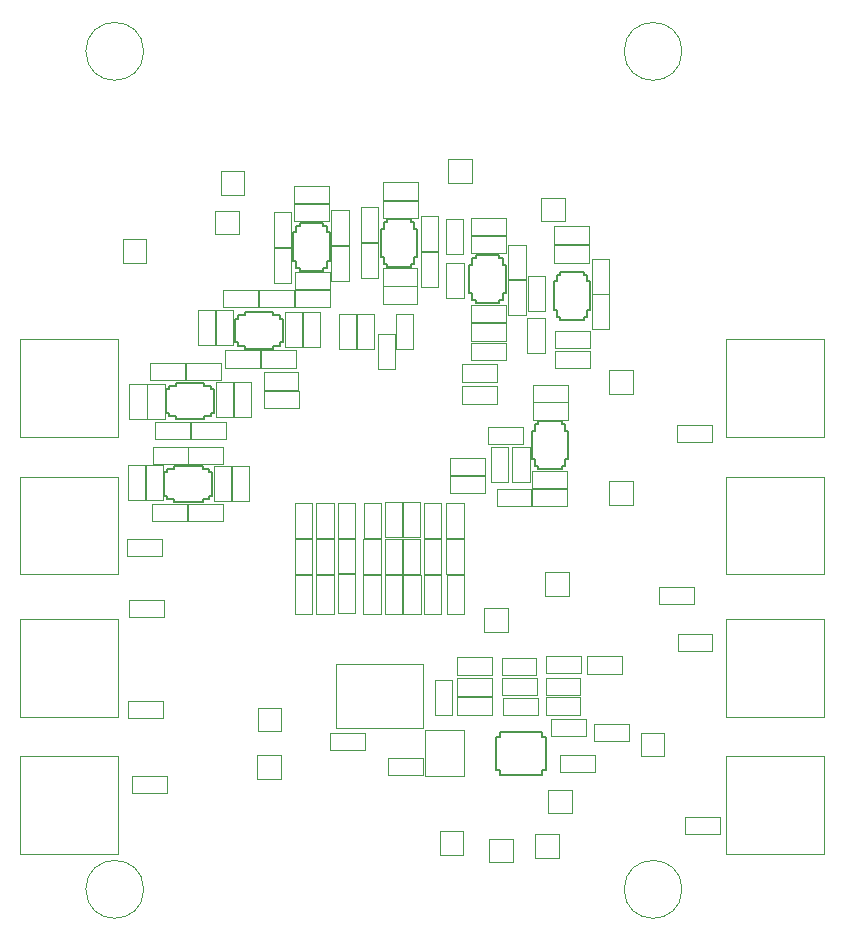
<source format=gbr>
%TF.GenerationSoftware,KiCad,Pcbnew,8.0.5*%
%TF.CreationDate,2025-04-03T13:44:51-05:00*%
%TF.ProjectId,PSEC5_Board,50534543-355f-4426-9f61-72642e6b6963,rev?*%
%TF.SameCoordinates,Original*%
%TF.FileFunction,Other,User*%
%FSLAX46Y46*%
G04 Gerber Fmt 4.6, Leading zero omitted, Abs format (unit mm)*
G04 Created by KiCad (PCBNEW 8.0.5) date 2025-04-03 13:44:51*
%MOMM*%
%LPD*%
G01*
G04 APERTURE LIST*
%ADD10C,0.050000*%
%ADD11C,0.152400*%
G04 APERTURE END LIST*
D10*
%TO.C,C116*%
X132234300Y-81520000D02*
X133694300Y-81520000D01*
X132234300Y-84480000D02*
X132234300Y-81520000D01*
X133694300Y-81520000D02*
X133694300Y-84480000D01*
X133694300Y-84480000D02*
X132234300Y-84480000D01*
%TO.C,C121*%
X127009300Y-84745000D02*
X129969300Y-84745000D01*
X127009300Y-86205000D02*
X127009300Y-84745000D01*
X129969300Y-84745000D02*
X129969300Y-86205000D01*
X129969300Y-86205000D02*
X127009300Y-86205000D01*
%TO.C,READCLK*%
X132350000Y-59925000D02*
X132350000Y-61925000D01*
X132350000Y-59925000D02*
X134350000Y-59925000D01*
X134350000Y-61925000D02*
X132350000Y-61925000D01*
X134350000Y-61925000D02*
X134350000Y-59925000D01*
%TO.C,C35*%
X164420000Y-103420000D02*
X167380000Y-103420000D01*
X164420000Y-104880000D02*
X164420000Y-103420000D01*
X167380000Y-103420000D02*
X167380000Y-104880000D01*
X167380000Y-104880000D02*
X164420000Y-104880000D01*
%TO.C,R33*%
X164220000Y-67020000D02*
X165680000Y-67020000D01*
X164220000Y-69980000D02*
X164220000Y-67020000D01*
X165680000Y-67020000D02*
X165680000Y-69980000D01*
X165680000Y-69980000D02*
X164220000Y-69980000D01*
%TO.C,C90*%
X150022071Y-87722071D02*
X151482071Y-87722071D01*
X150022071Y-90682071D02*
X150022071Y-87722071D01*
X151482071Y-87722071D02*
X151482071Y-90682071D01*
X151482071Y-90682071D02*
X150022071Y-90682071D01*
%TO.C,R24*%
X159145000Y-81970000D02*
X162105000Y-81970000D01*
X159145000Y-83430000D02*
X159145000Y-81970000D01*
X162105000Y-81970000D02*
X162105000Y-83430000D01*
X162105000Y-83430000D02*
X159145000Y-83430000D01*
%TO.C,R57*%
X146670000Y-84645000D02*
X148130000Y-84645000D01*
X146670000Y-87605000D02*
X146670000Y-84645000D01*
X148130000Y-84645000D02*
X148130000Y-87605000D01*
X148130000Y-87605000D02*
X146670000Y-87605000D01*
%TO.C,R30*%
X159245000Y-76170000D02*
X162205000Y-76170000D01*
X159245000Y-77630000D02*
X159245000Y-76170000D01*
X162205000Y-76170000D02*
X162205000Y-77630000D01*
X162205000Y-77630000D02*
X159245000Y-77630000D01*
%TO.C,R26*%
X153245000Y-74820000D02*
X156205000Y-74820000D01*
X153245000Y-76280000D02*
X153245000Y-74820000D01*
X156205000Y-74820000D02*
X156205000Y-76280000D01*
X156205000Y-76280000D02*
X153245000Y-76280000D01*
%TO.C,C94*%
X124920000Y-101470000D02*
X127880000Y-101470000D01*
X124920000Y-102930000D02*
X124920000Y-101470000D01*
X127880000Y-101470000D02*
X127880000Y-102930000D01*
X127880000Y-102930000D02*
X124920000Y-102930000D01*
%TO.C,R36*%
X154020000Y-62080700D02*
X156980000Y-62080700D01*
X154020000Y-63540700D02*
X154020000Y-62080700D01*
X156980000Y-62080700D02*
X156980000Y-63540700D01*
X156980000Y-63540700D02*
X154020000Y-63540700D01*
D11*
%TO.C,IC4*%
X153838300Y-64525000D02*
X154092300Y-64525000D01*
X153838300Y-66925000D02*
X153838300Y-64525000D01*
X154092300Y-63947000D02*
X154375000Y-63947000D01*
X154092300Y-64525000D02*
X154092300Y-63947000D01*
X154092300Y-66925000D02*
X153838300Y-66925000D01*
X154092300Y-67503000D02*
X154092300Y-66925000D01*
X154375000Y-63693000D02*
X156375000Y-63693000D01*
X154375000Y-63947000D02*
X154375000Y-63693000D01*
X154375000Y-67503000D02*
X154092300Y-67503000D01*
X154375000Y-67757000D02*
X154375000Y-67503000D01*
X156375000Y-63693000D02*
X156375000Y-63947000D01*
X156375000Y-63947000D02*
X156657700Y-63947000D01*
X156375000Y-67503000D02*
X156375000Y-67757000D01*
X156375000Y-67757000D02*
X154375000Y-67757000D01*
X156657700Y-63947000D02*
X156657700Y-64525000D01*
X156657700Y-64525000D02*
X156911700Y-64525000D01*
X156657700Y-66925000D02*
X156657700Y-67503000D01*
X156657700Y-67503000D02*
X156375000Y-67503000D01*
X156911700Y-64525000D02*
X156911700Y-66925000D01*
X156911700Y-66925000D02*
X156657700Y-66925000D01*
D10*
%TO.C,R45*%
X144320000Y-68695000D02*
X145780000Y-68695000D01*
X144320000Y-71655000D02*
X144320000Y-68695000D01*
X145780000Y-68695000D02*
X145780000Y-71655000D01*
X145780000Y-71655000D02*
X144320000Y-71655000D01*
%TO.C,J10*%
X115835000Y-79090000D02*
X115835000Y-70810000D01*
X115835000Y-79090000D02*
X124115000Y-79090000D01*
X124115000Y-70810000D02*
X115835000Y-70810000D01*
X124115000Y-70810000D02*
X124115000Y-79090000D01*
%TO.C,DAC_V_OUT*%
X155125000Y-93600000D02*
X155125000Y-95600000D01*
X155125000Y-93600000D02*
X157125000Y-93600000D01*
X157125000Y-95600000D02*
X155125000Y-95600000D01*
X157125000Y-95600000D02*
X157125000Y-93600000D01*
%TO.C,C92*%
X146670000Y-87720000D02*
X148130000Y-87720000D01*
X146670000Y-90680000D02*
X146670000Y-87720000D01*
X148130000Y-87720000D02*
X148130000Y-90680000D01*
X148130000Y-90680000D02*
X146670000Y-90680000D01*
%TO.C,J3*%
X175560000Y-79090000D02*
X175560000Y-70810000D01*
X175560000Y-79090000D02*
X183840000Y-79090000D01*
X183840000Y-70810000D02*
X175560000Y-70810000D01*
X183840000Y-70810000D02*
X183840000Y-79090000D01*
%TO.C,R69*%
X132354444Y-74469999D02*
X133814444Y-74469999D01*
X132354444Y-77429999D02*
X132354444Y-74469999D01*
X133814444Y-74469999D02*
X133814444Y-77429999D01*
X133814444Y-77429999D02*
X132354444Y-77429999D01*
%TO.C,C89*%
X151895000Y-87770000D02*
X153355000Y-87770000D01*
X151895000Y-90730000D02*
X151895000Y-87770000D01*
X153355000Y-87770000D02*
X153355000Y-90730000D01*
X153355000Y-90730000D02*
X151895000Y-90730000D01*
%TO.C,ADC_SDO1*%
X155550000Y-113100000D02*
X155550000Y-115100000D01*
X155550000Y-113100000D02*
X157550000Y-113100000D01*
X157550000Y-115100000D02*
X155550000Y-115100000D01*
X157550000Y-115100000D02*
X157550000Y-113100000D01*
%TO.C,R12*%
X152220000Y-80870000D02*
X155180000Y-80870000D01*
X152220000Y-82330000D02*
X152220000Y-80870000D01*
X155180000Y-80870000D02*
X155180000Y-82330000D01*
X155180000Y-82330000D02*
X152220000Y-82330000D01*
%TO.C,C52*%
X159245000Y-74670000D02*
X162205000Y-74670000D01*
X159245000Y-76130000D02*
X159245000Y-74670000D01*
X162205000Y-74670000D02*
X162205000Y-76130000D01*
X162205000Y-76130000D02*
X159245000Y-76130000D01*
%TO.C,PED1*%
X160275000Y-90550000D02*
X160275000Y-92550000D01*
X160275000Y-90550000D02*
X162275000Y-90550000D01*
X162275000Y-92550000D02*
X160275000Y-92550000D01*
X162275000Y-92550000D02*
X162275000Y-90550000D01*
%TO.C,R56*%
X148220000Y-84620000D02*
X149680000Y-84620000D01*
X148220000Y-87580000D02*
X148220000Y-84620000D01*
X149680000Y-84620000D02*
X149680000Y-87580000D01*
X149680000Y-87580000D02*
X148220000Y-87580000D01*
%TO.C,ADC_SDI1*%
X160500000Y-108950000D02*
X160500000Y-110950000D01*
X160500000Y-108950000D02*
X162500000Y-108950000D01*
X162500000Y-110950000D02*
X160500000Y-110950000D01*
X162500000Y-110950000D02*
X162500000Y-108950000D01*
%TO.C,R60*%
X140895000Y-84695000D02*
X142355000Y-84695000D01*
X140895000Y-87655000D02*
X140895000Y-84695000D01*
X142355000Y-84695000D02*
X142355000Y-87655000D01*
X142355000Y-87655000D02*
X140895000Y-87655000D01*
%TO.C,L4*%
X146670000Y-90775000D02*
X148130000Y-90775000D01*
X146670000Y-94075000D02*
X146670000Y-90775000D01*
X148130000Y-90775000D02*
X148130000Y-94075000D01*
X148130000Y-94075000D02*
X146670000Y-94075000D01*
%TO.C,R28*%
X156145000Y-83470000D02*
X159105000Y-83470000D01*
X156145000Y-84930000D02*
X156145000Y-83470000D01*
X159105000Y-83470000D02*
X159105000Y-84930000D01*
X159105000Y-84930000D02*
X156145000Y-84930000D01*
%TO.C,R42*%
X146520000Y-59078188D02*
X149480000Y-59078188D01*
X146520000Y-60538188D02*
X146520000Y-59078188D01*
X149480000Y-59078188D02*
X149480000Y-60538188D01*
X149480000Y-60538188D02*
X146520000Y-60538188D01*
%TO.C,R68*%
X139728189Y-68496301D02*
X141188189Y-68496301D01*
X139728189Y-71456301D02*
X139728189Y-68496301D01*
X141188189Y-68496301D02*
X141188189Y-71456301D01*
X141188189Y-71456301D02*
X139728189Y-71456301D01*
%TO.C,C55*%
X164220000Y-63995000D02*
X165680000Y-63995000D01*
X164220000Y-66955000D02*
X164220000Y-63995000D01*
X165680000Y-63995000D02*
X165680000Y-66955000D01*
X165680000Y-66955000D02*
X164220000Y-66955000D01*
D11*
%TO.C,IC8*%
X128166744Y-75074999D02*
X128420744Y-75074999D01*
X128166744Y-77074999D02*
X128166744Y-75074999D01*
X128420744Y-74792299D02*
X128998744Y-74792299D01*
X128420744Y-75074999D02*
X128420744Y-74792299D01*
X128420744Y-77074999D02*
X128166744Y-77074999D01*
X128420744Y-77357699D02*
X128420744Y-77074999D01*
X128998744Y-74538299D02*
X131398744Y-74538299D01*
X128998744Y-74792299D02*
X128998744Y-74538299D01*
X128998744Y-77357699D02*
X128420744Y-77357699D01*
X128998744Y-77611699D02*
X128998744Y-77357699D01*
X131398744Y-74538299D02*
X131398744Y-74792299D01*
X131398744Y-74792299D02*
X131976744Y-74792299D01*
X131398744Y-77357699D02*
X131398744Y-77611699D01*
X131398744Y-77611699D02*
X128998744Y-77611699D01*
X131976744Y-74792299D02*
X131976744Y-75074999D01*
X131976744Y-75074999D02*
X132230744Y-75074999D01*
X131976744Y-77074999D02*
X131976744Y-77357699D01*
X131976744Y-77357699D02*
X131398744Y-77357699D01*
X132230744Y-75074999D02*
X132230744Y-77074999D01*
X132230744Y-77074999D02*
X131976744Y-77074999D01*
D10*
%TO.C,C97*%
X142695000Y-87695000D02*
X144155000Y-87695000D01*
X142695000Y-90655000D02*
X142695000Y-87695000D01*
X144155000Y-87695000D02*
X144155000Y-90655000D01*
X144155000Y-90655000D02*
X142695000Y-90655000D01*
%TO.C,C53*%
X161093699Y-71795000D02*
X164053699Y-71795000D01*
X161093699Y-73255000D02*
X161093699Y-71795000D01*
X164053699Y-71795000D02*
X164053699Y-73255000D01*
X164053699Y-73255000D02*
X161093699Y-73255000D01*
%TO.C,C87*%
X171470000Y-95795000D02*
X174430000Y-95795000D01*
X171470000Y-97255000D02*
X171470000Y-95795000D01*
X174430000Y-95795000D02*
X174430000Y-97255000D01*
X174430000Y-97255000D02*
X171470000Y-97255000D01*
D11*
%TO.C,IC2*%
X159163300Y-78600000D02*
X159417300Y-78600000D01*
X159163300Y-81000000D02*
X159163300Y-78600000D01*
X159417300Y-78022000D02*
X159700000Y-78022000D01*
X159417300Y-78600000D02*
X159417300Y-78022000D01*
X159417300Y-81000000D02*
X159163300Y-81000000D01*
X159417300Y-81578000D02*
X159417300Y-81000000D01*
X159700000Y-77768000D02*
X161700000Y-77768000D01*
X159700000Y-78022000D02*
X159700000Y-77768000D01*
X159700000Y-81578000D02*
X159417300Y-81578000D01*
X159700000Y-81832000D02*
X159700000Y-81578000D01*
X161700000Y-77768000D02*
X161700000Y-78022000D01*
X161700000Y-78022000D02*
X161982700Y-78022000D01*
X161700000Y-81578000D02*
X161700000Y-81832000D01*
X161700000Y-81832000D02*
X159700000Y-81832000D01*
X161982700Y-78022000D02*
X161982700Y-78600000D01*
X161982700Y-78600000D02*
X162236700Y-78600000D01*
X161982700Y-81000000D02*
X161982700Y-81578000D01*
X161982700Y-81578000D02*
X161700000Y-81578000D01*
X162236700Y-78600000D02*
X162236700Y-81000000D01*
X162236700Y-81000000D02*
X161982700Y-81000000D01*
D10*
%TO.C,THRESH1*%
X165700000Y-82825000D02*
X165700000Y-84825000D01*
X165700000Y-82825000D02*
X167700000Y-82825000D01*
X167700000Y-84825000D02*
X165700000Y-84825000D01*
X167700000Y-84825000D02*
X167700000Y-82825000D01*
%TO.C,H3*%
X126275000Y-117400000D02*
G75*
G02*
X121375000Y-117400000I-2450000J0D01*
G01*
X121375000Y-117400000D02*
G75*
G02*
X126275000Y-117400000I2450000J0D01*
G01*
%TO.C,L8*%
X139095000Y-90750000D02*
X140555000Y-90750000D01*
X139095000Y-94050000D02*
X139095000Y-90750000D01*
X140555000Y-90750000D02*
X140555000Y-94050000D01*
X140555000Y-94050000D02*
X139095000Y-94050000D01*
%TO.C,C37*%
X146999400Y-106245000D02*
X149959400Y-106245000D01*
X146999400Y-107705000D02*
X146999400Y-106245000D01*
X149959400Y-106245000D02*
X149959400Y-107705000D01*
X149959400Y-107705000D02*
X146999400Y-107705000D01*
%TO.C,C106*%
X126804444Y-72819999D02*
X129764444Y-72819999D01*
X126804444Y-74279999D02*
X126804444Y-72819999D01*
X129764444Y-72819999D02*
X129764444Y-74279999D01*
X129764444Y-74279999D02*
X126804444Y-74279999D01*
%TO.C,C108*%
X136203189Y-71771301D02*
X139163189Y-71771301D01*
X136203189Y-73231301D02*
X136203189Y-71771301D01*
X139163189Y-71771301D02*
X139163189Y-73231301D01*
X139163189Y-73231301D02*
X136203189Y-73231301D01*
%TO.C,ADC_SCK*%
X159425000Y-112725000D02*
X159425000Y-114725000D01*
X159425000Y-112725000D02*
X161425000Y-112725000D01*
X161425000Y-114725000D02*
X159425000Y-114725000D01*
X161425000Y-114725000D02*
X161425000Y-112725000D01*
%TO.C,C99*%
X124895000Y-87695000D02*
X127855000Y-87695000D01*
X124895000Y-89155000D02*
X124895000Y-87695000D01*
X127855000Y-87695000D02*
X127855000Y-89155000D01*
X127855000Y-89155000D02*
X124895000Y-89155000D01*
%TO.C,J4*%
X175560000Y-90740000D02*
X175560000Y-82460000D01*
X175560000Y-90740000D02*
X183840000Y-90740000D01*
X183840000Y-82460000D02*
X175560000Y-82460000D01*
X183840000Y-82460000D02*
X183840000Y-90740000D01*
%TO.C,R31*%
X161093699Y-70120000D02*
X164053699Y-70120000D01*
X161093699Y-71580000D02*
X161093699Y-70120000D01*
X164053699Y-70120000D02*
X164053699Y-71580000D01*
X164053699Y-71580000D02*
X161093699Y-71580000D01*
%TO.C,R51*%
X142170001Y-62928188D02*
X143630001Y-62928188D01*
X142170001Y-65888188D02*
X142170001Y-62928188D01*
X143630001Y-62928188D02*
X143630001Y-65888188D01*
X143630001Y-65888188D02*
X142170001Y-65888188D01*
%TO.C,J8*%
X115835000Y-102830000D02*
X115835000Y-94550000D01*
X115835000Y-102830000D02*
X124115000Y-102830000D01*
X124115000Y-94550000D02*
X115835000Y-94550000D01*
X124115000Y-94550000D02*
X124115000Y-102830000D01*
%TO.C,C33*%
X156620000Y-99495000D02*
X159580000Y-99495000D01*
X156620000Y-100955000D02*
X156620000Y-99495000D01*
X159580000Y-99495000D02*
X159580000Y-100955000D01*
X159580000Y-100955000D02*
X156620000Y-100955000D01*
%TO.C,R8*%
X156570000Y-97820000D02*
X159530000Y-97820000D01*
X156570000Y-99280000D02*
X156570000Y-97820000D01*
X159530000Y-97820000D02*
X159530000Y-99280000D01*
X159530000Y-99280000D02*
X156570000Y-99280000D01*
%TO.C,R55*%
X150022071Y-84672071D02*
X151482071Y-84672071D01*
X150022071Y-87632071D02*
X150022071Y-84672071D01*
X151482071Y-84672071D02*
X151482071Y-87632071D01*
X151482071Y-87632071D02*
X150022071Y-87632071D01*
%TO.C,C76*%
X142170001Y-59878188D02*
X143630001Y-59878188D01*
X142170001Y-62838188D02*
X142170001Y-59878188D01*
X143630001Y-59878188D02*
X143630001Y-62838188D01*
X143630001Y-62838188D02*
X142170001Y-62838188D01*
%TO.C,Y1*%
X150104400Y-103925000D02*
X153354400Y-103925000D01*
X150104400Y-107825000D02*
X150104400Y-103925000D01*
X153354400Y-103925000D02*
X153354400Y-107825000D01*
X153354400Y-107825000D02*
X150104400Y-107825000D01*
%TO.C,C85*%
X171420000Y-78070000D02*
X174380000Y-78070000D01*
X171420000Y-79530000D02*
X171420000Y-78070000D01*
X174380000Y-78070000D02*
X174380000Y-79530000D01*
X174380000Y-79530000D02*
X171420000Y-79530000D01*
%TO.C,R27*%
X153200000Y-72945000D02*
X156160000Y-72945000D01*
X153200000Y-74405000D02*
X153200000Y-72945000D01*
X156160000Y-72945000D02*
X156160000Y-74405000D01*
X156160000Y-74405000D02*
X153200000Y-74405000D01*
%TO.C,R77*%
X133759300Y-81520000D02*
X135219300Y-81520000D01*
X133759300Y-84480000D02*
X133759300Y-81520000D01*
X135219300Y-81520000D02*
X135219300Y-84480000D01*
X135219300Y-84480000D02*
X133759300Y-84480000D01*
%TO.C,R32*%
X157495000Y-79920000D02*
X158955000Y-79920000D01*
X157495000Y-82880000D02*
X157495000Y-79920000D01*
X158955000Y-79920000D02*
X158955000Y-82880000D01*
X158955000Y-82880000D02*
X157495000Y-82880000D01*
%TO.C,C64*%
X154020000Y-60530700D02*
X156980000Y-60530700D01*
X154020000Y-61990700D02*
X154020000Y-60530700D01*
X156980000Y-60530700D02*
X156980000Y-61990700D01*
X156980000Y-61990700D02*
X154020000Y-61990700D01*
%TO.C,C54*%
X155695000Y-79920000D02*
X157155000Y-79920000D01*
X155695000Y-82880000D02*
X155695000Y-79920000D01*
X157155000Y-79920000D02*
X157155000Y-82880000D01*
X157155000Y-82880000D02*
X155695000Y-82880000D01*
%TO.C,C91*%
X148220000Y-87720000D02*
X149680000Y-87720000D01*
X148220000Y-90680000D02*
X148220000Y-87720000D01*
X149680000Y-87720000D02*
X149680000Y-90680000D01*
X149680000Y-90680000D02*
X148220000Y-90680000D01*
%TO.C,R2*%
X152820000Y-97770000D02*
X155780000Y-97770000D01*
X152820000Y-99230000D02*
X152820000Y-97770000D01*
X155780000Y-97770000D02*
X155780000Y-99230000D01*
X155780000Y-99230000D02*
X152820000Y-99230000D01*
%TO.C,H2*%
X171850000Y-46450000D02*
G75*
G02*
X166950000Y-46450000I-2450000J0D01*
G01*
X166950000Y-46450000D02*
G75*
G02*
X171850000Y-46450000I2450000J0D01*
G01*
%TO.C,INTEGRATOR*%
X168350000Y-104125000D02*
X168350000Y-106125000D01*
X168350000Y-104125000D02*
X170350000Y-104125000D01*
X170350000Y-106125000D02*
X168350000Y-106125000D01*
X170350000Y-106125000D02*
X170350000Y-104125000D01*
%TO.C,C75*%
X139120001Y-65128188D02*
X142080001Y-65128188D01*
X139120001Y-66588188D02*
X139120001Y-65128188D01*
X142080001Y-65128188D02*
X142080001Y-66588188D01*
X142080001Y-66588188D02*
X139120001Y-66588188D01*
%TO.C,C58*%
X158768699Y-69020000D02*
X160228699Y-69020000D01*
X158768699Y-71980000D02*
X158768699Y-69020000D01*
X160228699Y-69020000D02*
X160228699Y-71980000D01*
X160228699Y-71980000D02*
X158768699Y-71980000D01*
%TO.C,C117*%
X127034300Y-79920000D02*
X129994300Y-79920000D01*
X127034300Y-81380000D02*
X127034300Y-79920000D01*
X129994300Y-79920000D02*
X129994300Y-81380000D01*
X129994300Y-81380000D02*
X127034300Y-81380000D01*
%TO.C,R40*%
X157145000Y-65830700D02*
X158605000Y-65830700D01*
X157145000Y-68790700D02*
X157145000Y-65830700D01*
X158605000Y-65830700D02*
X158605000Y-68790700D01*
X158605000Y-68790700D02*
X157145000Y-68790700D01*
%TO.C,R7*%
X160295000Y-99495000D02*
X163255000Y-99495000D01*
X160295000Y-100955000D02*
X160295000Y-99495000D01*
X163255000Y-99495000D02*
X163255000Y-100955000D01*
X163255000Y-100955000D02*
X160295000Y-100955000D01*
%TO.C,R75*%
X136470000Y-75195000D02*
X139430000Y-75195000D01*
X136470000Y-76655000D02*
X136470000Y-75195000D01*
X139430000Y-75195000D02*
X139430000Y-76655000D01*
X139430000Y-76655000D02*
X136470000Y-76655000D01*
%TO.C,R44*%
X147620000Y-68670000D02*
X149080000Y-68670000D01*
X147620000Y-71630000D02*
X147620000Y-68670000D01*
X149080000Y-68670000D02*
X149080000Y-71630000D01*
X149080000Y-71630000D02*
X147620000Y-71630000D01*
%TO.C,R48*%
X146495000Y-64828188D02*
X149455000Y-64828188D01*
X146495000Y-66288188D02*
X146495000Y-64828188D01*
X149455000Y-64828188D02*
X149455000Y-66288188D01*
X149455000Y-66288188D02*
X146495000Y-66288188D01*
%TO.C,C96*%
X144870000Y-87720000D02*
X146330000Y-87720000D01*
X144870000Y-90680000D02*
X144870000Y-87720000D01*
X146330000Y-87720000D02*
X146330000Y-90680000D01*
X146330000Y-90680000D02*
X144870000Y-90680000D01*
%TO.C,C50*%
X159145000Y-83470000D02*
X162105000Y-83470000D01*
X159145000Y-84930000D02*
X159145000Y-83470000D01*
X162105000Y-83470000D02*
X162105000Y-84930000D01*
X162105000Y-84930000D02*
X159145000Y-84930000D01*
%TO.C,CLK_OUT*%
X135900000Y-106025000D02*
X135900000Y-108025000D01*
X135900000Y-106025000D02*
X137900000Y-106025000D01*
X137900000Y-108025000D02*
X135900000Y-108025000D01*
X137900000Y-108025000D02*
X137900000Y-106025000D01*
%TO.C,C93*%
X125245000Y-107820000D02*
X128205000Y-107820000D01*
X125245000Y-109280000D02*
X125245000Y-107820000D01*
X128205000Y-107820000D02*
X128205000Y-109280000D01*
X128205000Y-109280000D02*
X125245000Y-109280000D01*
%TO.C,L1*%
X151920000Y-90775000D02*
X153380000Y-90775000D01*
X151920000Y-94075000D02*
X151920000Y-90775000D01*
X153380000Y-90775000D02*
X153380000Y-94075000D01*
X153380000Y-94075000D02*
X151920000Y-94075000D01*
%TO.C,C31*%
X156670000Y-101195000D02*
X159630000Y-101195000D01*
X156670000Y-102655000D02*
X156670000Y-101195000D01*
X159630000Y-101195000D02*
X159630000Y-102655000D01*
X159630000Y-102655000D02*
X156670000Y-102655000D01*
%TO.C,R64*%
X142770000Y-68695000D02*
X144230000Y-68695000D01*
X142770000Y-71655000D02*
X142770000Y-68695000D01*
X144230000Y-68695000D02*
X144230000Y-71655000D01*
X144230000Y-71655000D02*
X142770000Y-71655000D01*
%TO.C,C105*%
X133879444Y-74469999D02*
X135339444Y-74469999D01*
X133879444Y-77429999D02*
X133879444Y-74469999D01*
X135339444Y-74469999D02*
X135339444Y-77429999D01*
X135339444Y-77429999D02*
X133879444Y-77429999D01*
%TO.C,C51*%
X160993699Y-62870000D02*
X163953699Y-62870000D01*
X160993699Y-64330000D02*
X160993699Y-62870000D01*
X163953699Y-62870000D02*
X163953699Y-64330000D01*
X163953699Y-64330000D02*
X160993699Y-64330000D01*
%TO.C,C114*%
X127204444Y-77844999D02*
X130164444Y-77844999D01*
X127204444Y-79304999D02*
X127204444Y-77844999D01*
X130164444Y-77844999D02*
X130164444Y-79304999D01*
X130164444Y-79304999D02*
X127204444Y-79304999D01*
%TO.C,C101*%
X132403189Y-68321301D02*
X133863189Y-68321301D01*
X132403189Y-71281301D02*
X132403189Y-68321301D01*
X133863189Y-68321301D02*
X133863189Y-71281301D01*
X133863189Y-71281301D02*
X132403189Y-71281301D01*
%TO.C,C78*%
X144670000Y-62703188D02*
X146130000Y-62703188D01*
X144670000Y-65663188D02*
X144670000Y-62703188D01*
X146130000Y-62703188D02*
X146130000Y-65663188D01*
X146130000Y-65663188D02*
X144670000Y-65663188D01*
%TO.C,R4*%
X152795000Y-99545000D02*
X155755000Y-99545000D01*
X152795000Y-101005000D02*
X152795000Y-99545000D01*
X155755000Y-99545000D02*
X155755000Y-101005000D01*
X155755000Y-101005000D02*
X152795000Y-101005000D01*
%TO.C,TRIGGERIN*%
X124500000Y-62350000D02*
X124500000Y-64350000D01*
X124500000Y-62350000D02*
X126500000Y-62350000D01*
X126500000Y-64350000D02*
X124500000Y-64350000D01*
X126500000Y-64350000D02*
X126500000Y-62350000D01*
%TO.C,L3*%
X148270000Y-90775000D02*
X149730000Y-90775000D01*
X148270000Y-94075000D02*
X148270000Y-90775000D01*
X149730000Y-90775000D02*
X149730000Y-94075000D01*
X149730000Y-94075000D02*
X148270000Y-94075000D01*
%TO.C,C65*%
X153995000Y-69480700D02*
X156955000Y-69480700D01*
X153995000Y-70940700D02*
X153995000Y-69480700D01*
X156955000Y-69480700D02*
X156955000Y-70940700D01*
X156955000Y-70940700D02*
X153995000Y-70940700D01*
%TO.C,C81*%
X137320001Y-63078188D02*
X138780001Y-63078188D01*
X137320001Y-66038188D02*
X137320001Y-63078188D01*
X138780001Y-63078188D02*
X138780001Y-66038188D01*
X138780001Y-66038188D02*
X137320001Y-66038188D01*
%TO.C,C95*%
X124995000Y-92920000D02*
X127955000Y-92920000D01*
X124995000Y-94380000D02*
X124995000Y-92920000D01*
X127955000Y-92920000D02*
X127955000Y-94380000D01*
X127955000Y-94380000D02*
X124995000Y-94380000D01*
%TO.C,L6*%
X142695000Y-90725000D02*
X144155000Y-90725000D01*
X142695000Y-94025000D02*
X142695000Y-90725000D01*
X144155000Y-90725000D02*
X144155000Y-94025000D01*
X144155000Y-94025000D02*
X142695000Y-94025000D01*
%TO.C,C73*%
X146495000Y-66353188D02*
X149455000Y-66353188D01*
X146495000Y-67813188D02*
X146495000Y-66353188D01*
X149455000Y-66353188D02*
X149455000Y-67813188D01*
X149455000Y-67813188D02*
X146495000Y-67813188D01*
%TO.C,L2*%
X150022071Y-90777071D02*
X151482071Y-90777071D01*
X150022071Y-94077071D02*
X150022071Y-90777071D01*
X151482071Y-90777071D02*
X151482071Y-94077071D01*
X151482071Y-94077071D02*
X150022071Y-94077071D01*
%TO.C,R50*%
X149745000Y-63428188D02*
X151205000Y-63428188D01*
X149745000Y-66388188D02*
X149745000Y-63428188D01*
X151205000Y-63428188D02*
X151205000Y-66388188D01*
X151205000Y-66388188D02*
X149745000Y-66388188D01*
%TO.C,R9*%
X160295000Y-101145000D02*
X163255000Y-101145000D01*
X160295000Y-102605000D02*
X160295000Y-101145000D01*
X163255000Y-101145000D02*
X163255000Y-102605000D01*
X163255000Y-102605000D02*
X160295000Y-102605000D01*
%TO.C,J7*%
X115835000Y-106135000D02*
X115835000Y-114415000D01*
X115835000Y-106135000D02*
X124115000Y-106135000D01*
X124115000Y-114415000D02*
X115835000Y-114415000D01*
X124115000Y-114415000D02*
X124115000Y-106135000D01*
D11*
%TO.C,IC3*%
X161013299Y-65925000D02*
X161267299Y-65925000D01*
X161013299Y-68325000D02*
X161013299Y-65925000D01*
X161267299Y-65347000D02*
X161549999Y-65347000D01*
X161267299Y-65925000D02*
X161267299Y-65347000D01*
X161267299Y-68325000D02*
X161013299Y-68325000D01*
X161267299Y-68903000D02*
X161267299Y-68325000D01*
X161549999Y-65093000D02*
X163549999Y-65093000D01*
X161549999Y-65347000D02*
X161549999Y-65093000D01*
X161549999Y-68903000D02*
X161267299Y-68903000D01*
X161549999Y-69157000D02*
X161549999Y-68903000D01*
X163549999Y-65093000D02*
X163549999Y-65347000D01*
X163549999Y-65347000D02*
X163832699Y-65347000D01*
X163549999Y-68903000D02*
X163549999Y-69157000D01*
X163549999Y-69157000D02*
X161549999Y-69157000D01*
X163832699Y-65347000D02*
X163832699Y-65925000D01*
X163832699Y-65925000D02*
X164086699Y-65925000D01*
X163832699Y-68325000D02*
X163832699Y-68903000D01*
X163832699Y-68903000D02*
X163549999Y-68903000D01*
X164086699Y-65925000D02*
X164086699Y-68325000D01*
X164086699Y-68325000D02*
X163832699Y-68325000D01*
D10*
%TO.C,C112*%
X130259444Y-77849999D02*
X133219444Y-77849999D01*
X130259444Y-79309999D02*
X130259444Y-77849999D01*
X133219444Y-77849999D02*
X133219444Y-79309999D01*
X133219444Y-79309999D02*
X130259444Y-79309999D01*
%TO.C,C115*%
X126439300Y-81470000D02*
X127899300Y-81470000D01*
X126439300Y-84430000D02*
X126439300Y-81470000D01*
X127899300Y-81470000D02*
X127899300Y-84430000D01*
X127899300Y-84430000D02*
X126439300Y-84430000D01*
%TO.C,R59*%
X142695000Y-84670000D02*
X144155000Y-84670000D01*
X142695000Y-87630000D02*
X142695000Y-84670000D01*
X144155000Y-84670000D02*
X144155000Y-87630000D01*
X144155000Y-87630000D02*
X142695000Y-87630000D01*
%TO.C,R74*%
X124909300Y-81470000D02*
X126369300Y-81470000D01*
X124909300Y-84430000D02*
X124909300Y-81470000D01*
X126369300Y-81470000D02*
X126369300Y-84430000D01*
X126369300Y-84430000D02*
X124909300Y-84430000D01*
D11*
%TO.C,IC5*%
X146338299Y-61475000D02*
X146592299Y-61475000D01*
X146338299Y-63875000D02*
X146338299Y-61475000D01*
X146592299Y-60897000D02*
X146874999Y-60897000D01*
X146592299Y-61475000D02*
X146592299Y-60897000D01*
X146592299Y-63875000D02*
X146338299Y-63875000D01*
X146592299Y-64453000D02*
X146592299Y-63875000D01*
X146874999Y-60643000D02*
X148874999Y-60643000D01*
X146874999Y-60897000D02*
X146874999Y-60643000D01*
X146874999Y-64453000D02*
X146592299Y-64453000D01*
X146874999Y-64707000D02*
X146874999Y-64453000D01*
X148874999Y-60643000D02*
X148874999Y-60897000D01*
X148874999Y-60897000D02*
X149157699Y-60897000D01*
X148874999Y-64453000D02*
X148874999Y-64707000D01*
X148874999Y-64707000D02*
X146874999Y-64707000D01*
X149157699Y-60897000D02*
X149157699Y-61475000D01*
X149157699Y-61475000D02*
X149411699Y-61475000D01*
X149157699Y-63875000D02*
X149157699Y-64453000D01*
X149157699Y-64453000D02*
X148874999Y-64453000D01*
X149411699Y-61475000D02*
X149411699Y-63875000D01*
X149411699Y-63875000D02*
X149157699Y-63875000D01*
D10*
%TO.C,C38*%
X152220000Y-82370000D02*
X155180000Y-82370000D01*
X152220000Y-83830000D02*
X152220000Y-82370000D01*
X155180000Y-82370000D02*
X155180000Y-83830000D01*
X155180000Y-83830000D02*
X152220000Y-83830000D01*
%TO.C,PSEC5_CLK_OUT*%
X135925000Y-102025000D02*
X135925000Y-104025000D01*
X135925000Y-102025000D02*
X137925000Y-102025000D01*
X137925000Y-104025000D02*
X135925000Y-104025000D01*
X137925000Y-104025000D02*
X137925000Y-102025000D01*
%TO.C,C71*%
X146520000Y-57553188D02*
X149480000Y-57553188D01*
X146520000Y-59013188D02*
X146520000Y-57553188D01*
X149480000Y-57553188D02*
X149480000Y-59013188D01*
X149480000Y-59013188D02*
X146520000Y-59013188D01*
D11*
%TO.C,IC7*%
X133993001Y-69076300D02*
X134247001Y-69076300D01*
X133993001Y-71076300D02*
X133993001Y-69076300D01*
X134247001Y-68793600D02*
X134825001Y-68793600D01*
X134247001Y-69076300D02*
X134247001Y-68793600D01*
X134247001Y-71076300D02*
X133993001Y-71076300D01*
X134247001Y-71359000D02*
X134247001Y-71076300D01*
X134825001Y-68539600D02*
X137225001Y-68539600D01*
X134825001Y-68793600D02*
X134825001Y-68539600D01*
X134825001Y-71359000D02*
X134247001Y-71359000D01*
X134825001Y-71613000D02*
X134825001Y-71359000D01*
X137225001Y-68539600D02*
X137225001Y-68793600D01*
X137225001Y-68793600D02*
X137803001Y-68793600D01*
X137225001Y-71359000D02*
X137225001Y-71613000D01*
X137225001Y-71613000D02*
X134825001Y-71613000D01*
X137803001Y-68793600D02*
X137803001Y-69076300D01*
X137803001Y-69076300D02*
X138057001Y-69076300D01*
X137803001Y-71076300D02*
X137803001Y-71359000D01*
X137803001Y-71359000D02*
X137225001Y-71359000D01*
X138057001Y-69076300D02*
X138057001Y-71076300D01*
X138057001Y-71076300D02*
X137803001Y-71076300D01*
D10*
%TO.C,R5*%
X160320000Y-97645000D02*
X163280000Y-97645000D01*
X160320000Y-99105000D02*
X160320000Y-97645000D01*
X163280000Y-97645000D02*
X163280000Y-99105000D01*
X163280000Y-99105000D02*
X160320000Y-99105000D01*
%TO.C,R3*%
X150920000Y-99645000D02*
X152380000Y-99645000D01*
X150920000Y-102605000D02*
X150920000Y-99645000D01*
X152380000Y-99645000D02*
X152380000Y-102605000D01*
X152380000Y-102605000D02*
X150920000Y-102605000D01*
%TO.C,R49*%
X139120001Y-66653188D02*
X142080001Y-66653188D01*
X139120001Y-68113188D02*
X139120001Y-66653188D01*
X142080001Y-66653188D02*
X142080001Y-68113188D01*
X142080001Y-68113188D02*
X139120001Y-68113188D01*
%TO.C,C104*%
X133003189Y-66646301D02*
X135963189Y-66646301D01*
X133003189Y-68106301D02*
X133003189Y-66646301D01*
X135963189Y-66646301D02*
X135963189Y-68106301D01*
X135963189Y-68106301D02*
X133003189Y-68106301D01*
%TO.C,C98*%
X140895000Y-87720000D02*
X142355000Y-87720000D01*
X140895000Y-90680000D02*
X140895000Y-87720000D01*
X142355000Y-87720000D02*
X142355000Y-90680000D01*
X142355000Y-90680000D02*
X140895000Y-90680000D01*
%TO.C,R61*%
X139095000Y-84695000D02*
X140555000Y-84695000D01*
X139095000Y-87655000D02*
X139095000Y-84695000D01*
X140555000Y-84695000D02*
X140555000Y-87655000D01*
X140555000Y-87655000D02*
X139095000Y-87655000D01*
%TO.C,J6*%
X175555000Y-114415000D02*
X175555000Y-106135000D01*
X175555000Y-114415000D02*
X183835000Y-114415000D01*
X183835000Y-106135000D02*
X175555000Y-106135000D01*
X183835000Y-106135000D02*
X183835000Y-114415000D01*
%TO.C,C34*%
X160795000Y-102945000D02*
X163755000Y-102945000D01*
X160795000Y-104405000D02*
X160795000Y-102945000D01*
X163755000Y-102945000D02*
X163755000Y-104405000D01*
X163755000Y-104405000D02*
X160795000Y-104405000D01*
%TO.C,R39*%
X153995000Y-67930700D02*
X156955000Y-67930700D01*
X153995000Y-69390700D02*
X153995000Y-67930700D01*
X156955000Y-67930700D02*
X156955000Y-69390700D01*
X156955000Y-69390700D02*
X153995000Y-69390700D01*
%TO.C,R54*%
X151895000Y-84720000D02*
X153355000Y-84720000D01*
X151895000Y-87680000D02*
X151895000Y-84720000D01*
X153355000Y-84720000D02*
X153355000Y-87680000D01*
X153355000Y-87680000D02*
X151895000Y-87680000D01*
%TO.C,H1*%
X126275000Y-46450000D02*
G75*
G02*
X121375000Y-46450000I-2450000J0D01*
G01*
X121375000Y-46450000D02*
G75*
G02*
X126275000Y-46450000I2450000J0D01*
G01*
%TO.C,C103*%
X138203189Y-68496301D02*
X139663189Y-68496301D01*
X138203189Y-71456301D02*
X138203189Y-68496301D01*
X139663189Y-68496301D02*
X139663189Y-71456301D01*
X139663189Y-71456301D02*
X138203189Y-71456301D01*
%TO.C,C80*%
X144670000Y-59603188D02*
X146130000Y-59603188D01*
X144670000Y-62563188D02*
X144670000Y-59603188D01*
X146130000Y-59603188D02*
X146130000Y-62563188D01*
X146130000Y-62563188D02*
X144670000Y-62563188D01*
%TO.C,H4*%
X171850000Y-117400000D02*
G75*
G02*
X166950000Y-117400000I-2450000J0D01*
G01*
X166950000Y-117400000D02*
G75*
G02*
X171850000Y-117400000I2450000J0D01*
G01*
%TO.C,R62*%
X130853189Y-68321301D02*
X132313189Y-68321301D01*
X130853189Y-71281301D02*
X130853189Y-68321301D01*
X132313189Y-68321301D02*
X132313189Y-71281301D01*
X132313189Y-71281301D02*
X130853189Y-71281301D01*
%TO.C,RST*%
X159925000Y-58850000D02*
X159925000Y-60850000D01*
X159925000Y-58850000D02*
X161925000Y-58850000D01*
X161925000Y-60850000D02*
X159925000Y-60850000D01*
X161925000Y-60850000D02*
X161925000Y-58850000D01*
%TO.C,C72*%
X138995001Y-59353188D02*
X141955001Y-59353188D01*
X138995001Y-60813188D02*
X138995001Y-59353188D01*
X141955001Y-59353188D02*
X141955001Y-60813188D01*
X141955001Y-60813188D02*
X138995001Y-60813188D01*
%TO.C,R71*%
X129829444Y-72819999D02*
X132789444Y-72819999D01*
X129829444Y-74279999D02*
X129829444Y-72819999D01*
X132789444Y-72819999D02*
X132789444Y-74279999D01*
X132789444Y-74279999D02*
X129829444Y-74279999D01*
%TO.C,L5*%
X144870000Y-90775000D02*
X146330000Y-90775000D01*
X144870000Y-94075000D02*
X144870000Y-90775000D01*
X146330000Y-90775000D02*
X146330000Y-94075000D01*
X146330000Y-94075000D02*
X144870000Y-94075000D01*
%TO.C,R65*%
X136420000Y-73620000D02*
X139380000Y-73620000D01*
X136420000Y-75080000D02*
X136420000Y-73620000D01*
X139380000Y-73620000D02*
X139380000Y-75080000D01*
X139380000Y-75080000D02*
X136420000Y-75080000D01*
%TO.C,C67*%
X151895000Y-64330700D02*
X153355000Y-64330700D01*
X151895000Y-67290700D02*
X151895000Y-64330700D01*
X153355000Y-64330700D02*
X153355000Y-67290700D01*
X153355000Y-67290700D02*
X151895000Y-67290700D01*
%TO.C,C30*%
X161549400Y-106045000D02*
X164509400Y-106045000D01*
X161549400Y-107505000D02*
X161549400Y-106045000D01*
X164509400Y-106045000D02*
X164509400Y-107505000D01*
X164509400Y-107505000D02*
X161549400Y-107505000D01*
%TO.C,C86*%
X169945000Y-91795000D02*
X172905000Y-91795000D01*
X169945000Y-93255000D02*
X169945000Y-91795000D01*
X172905000Y-91795000D02*
X172905000Y-93255000D01*
X172905000Y-93255000D02*
X169945000Y-93255000D01*
%TO.C,TRIGGEROUT*%
X132800000Y-56600000D02*
X132800000Y-58600000D01*
X132800000Y-56600000D02*
X134800000Y-56600000D01*
X134800000Y-58600000D02*
X132800000Y-58600000D01*
X134800000Y-58600000D02*
X134800000Y-56600000D01*
%TO.C,J9*%
X115835000Y-90740000D02*
X115835000Y-82460000D01*
X115835000Y-90740000D02*
X124115000Y-90740000D01*
X124115000Y-82460000D02*
X115835000Y-82460000D01*
X124115000Y-82460000D02*
X124115000Y-90740000D01*
%TO.C,C109*%
X133178189Y-71771301D02*
X136138189Y-71771301D01*
X133178189Y-73231301D02*
X133178189Y-71771301D01*
X136138189Y-71771301D02*
X136138189Y-73231301D01*
X136138189Y-73231301D02*
X133178189Y-73231301D01*
%TO.C,R78*%
X130059300Y-79920000D02*
X133019300Y-79920000D01*
X130059300Y-81380000D02*
X130059300Y-79920000D01*
X133019300Y-79920000D02*
X133019300Y-81380000D01*
X133019300Y-81380000D02*
X130059300Y-81380000D01*
%TO.C,C32*%
X163795000Y-97670000D02*
X166755000Y-97670000D01*
X163795000Y-99130000D02*
X163795000Y-97670000D01*
X166755000Y-97670000D02*
X166755000Y-99130000D01*
X166755000Y-99130000D02*
X163795000Y-99130000D01*
%TO.C,C84*%
X137320001Y-60028188D02*
X138780001Y-60028188D01*
X137320001Y-62988188D02*
X137320001Y-60028188D01*
X138780001Y-60028188D02*
X138780001Y-62988188D01*
X138780001Y-62988188D02*
X137320001Y-62988188D01*
D11*
%TO.C,IC9*%
X128032300Y-82075000D02*
X128286300Y-82075000D01*
X128032300Y-84075000D02*
X128032300Y-82075000D01*
X128286300Y-81792300D02*
X128864300Y-81792300D01*
X128286300Y-82075000D02*
X128286300Y-81792300D01*
X128286300Y-84075000D02*
X128032300Y-84075000D01*
X128286300Y-84357700D02*
X128286300Y-84075000D01*
X128864300Y-81538300D02*
X131264300Y-81538300D01*
X128864300Y-81792300D02*
X128864300Y-81538300D01*
X128864300Y-84357700D02*
X128286300Y-84357700D01*
X128864300Y-84611700D02*
X128864300Y-84357700D01*
X131264300Y-81538300D02*
X131264300Y-81792300D01*
X131264300Y-81792300D02*
X131842300Y-81792300D01*
X131264300Y-84357700D02*
X131264300Y-84611700D01*
X131264300Y-84611700D02*
X128864300Y-84611700D01*
X131842300Y-81792300D02*
X131842300Y-82075000D01*
X131842300Y-82075000D02*
X132096300Y-82075000D01*
X131842300Y-84075000D02*
X131842300Y-84357700D01*
X131842300Y-84357700D02*
X131264300Y-84357700D01*
X132096300Y-82075000D02*
X132096300Y-84075000D01*
X132096300Y-84075000D02*
X131842300Y-84075000D01*
D10*
%TO.C,R43*%
X138995001Y-57828188D02*
X141955001Y-57828188D01*
X138995001Y-59288188D02*
X138995001Y-57828188D01*
X141955001Y-57828188D02*
X141955001Y-59288188D01*
X141955001Y-59288188D02*
X138995001Y-59288188D01*
%TO.C,R58*%
X144895000Y-84670000D02*
X146355000Y-84670000D01*
X144895000Y-87630000D02*
X144895000Y-84670000D01*
X146355000Y-84670000D02*
X146355000Y-87630000D01*
X146355000Y-87630000D02*
X144895000Y-87630000D01*
%TO.C,C102*%
X125054444Y-74619999D02*
X126514444Y-74619999D01*
X125054444Y-77579999D02*
X125054444Y-74619999D01*
X126514444Y-74619999D02*
X126514444Y-77579999D01*
X126514444Y-77579999D02*
X125054444Y-77579999D01*
%TO.C,SPICLK*%
X165675000Y-73450000D02*
X165675000Y-75450000D01*
X165675000Y-73450000D02*
X167675000Y-73450000D01*
X167675000Y-75450000D02*
X165675000Y-75450000D01*
X167675000Y-75450000D02*
X167675000Y-73450000D01*
%TO.C,R63*%
X126579444Y-74619999D02*
X128039444Y-74619999D01*
X126579444Y-77579999D02*
X126579444Y-74619999D01*
X128039444Y-74619999D02*
X128039444Y-77579999D01*
X128039444Y-77579999D02*
X126579444Y-77579999D01*
%TO.C,ADC_CNV*%
X151325000Y-112475000D02*
X151325000Y-114475000D01*
X151325000Y-112475000D02*
X153325000Y-112475000D01*
X153325000Y-114475000D02*
X151325000Y-114475000D01*
X153325000Y-114475000D02*
X153325000Y-112475000D01*
%TO.C,IC1*%
X142550000Y-98360000D02*
X142550000Y-103760000D01*
X142550000Y-103760000D02*
X149950000Y-103760000D01*
X149950000Y-98360000D02*
X142550000Y-98360000D01*
X149950000Y-103760000D02*
X149950000Y-98360000D01*
%TO.C,C100*%
X139095000Y-87720000D02*
X140555000Y-87720000D01*
X139095000Y-90680000D02*
X139095000Y-87720000D01*
X140555000Y-87720000D02*
X140555000Y-90680000D01*
X140555000Y-90680000D02*
X139095000Y-90680000D01*
%TO.C,C66*%
X157145000Y-62805700D02*
X158605000Y-62805700D01*
X157145000Y-65765700D02*
X157145000Y-62805700D01*
X158605000Y-62805700D02*
X158605000Y-65765700D01*
X158605000Y-65765700D02*
X157145000Y-65765700D01*
%TO.C,C56*%
X155445000Y-78270000D02*
X158405000Y-78270000D01*
X155445000Y-79730000D02*
X155445000Y-78270000D01*
X158405000Y-78270000D02*
X158405000Y-79730000D01*
X158405000Y-79730000D02*
X155445000Y-79730000D01*
%TO.C,C14*%
X146095000Y-70395000D02*
X147555000Y-70395000D01*
X146095000Y-73355000D02*
X146095000Y-70395000D01*
X147555000Y-70395000D02*
X147555000Y-73355000D01*
X147555000Y-73355000D02*
X146095000Y-73355000D01*
%TO.C,L7*%
X140895000Y-90800000D02*
X142355000Y-90800000D01*
X140895000Y-94100000D02*
X140895000Y-90800000D01*
X142355000Y-90800000D02*
X142355000Y-94100000D01*
X142355000Y-94100000D02*
X140895000Y-94100000D01*
%TO.C,C28*%
X142020000Y-104145000D02*
X144980000Y-104145000D01*
X142020000Y-105605000D02*
X142020000Y-104145000D01*
X144980000Y-104145000D02*
X144980000Y-105605000D01*
X144980000Y-105605000D02*
X142020000Y-105605000D01*
%TO.C,C70*%
X151870000Y-60630700D02*
X153330000Y-60630700D01*
X151870000Y-63590700D02*
X151870000Y-60630700D01*
X153330000Y-60630700D02*
X153330000Y-63590700D01*
X153330000Y-63590700D02*
X151870000Y-63590700D01*
%TO.C,C74*%
X149745000Y-60403188D02*
X151205000Y-60403188D01*
X149745000Y-63363188D02*
X149745000Y-60403188D01*
X151205000Y-60403188D02*
X151205000Y-63363188D01*
X151205000Y-63363188D02*
X149745000Y-63363188D01*
D11*
%TO.C,U3*%
X156119000Y-104518999D02*
X156423800Y-104518999D01*
X156119000Y-107280999D02*
X156119000Y-104518999D01*
X156119000Y-107280999D02*
X156423800Y-107280999D01*
X156423800Y-104096599D02*
X160030600Y-104096599D01*
X156423800Y-104518999D02*
X156423800Y-104096599D01*
X156423800Y-107703399D02*
X156423800Y-107280999D01*
X160030600Y-104096599D02*
X160030600Y-104518999D01*
X160030600Y-107280999D02*
X160030600Y-107703399D01*
X160030600Y-107703399D02*
X156423800Y-107703399D01*
X160335400Y-104518999D02*
X160030600Y-104518999D01*
X160335400Y-104518999D02*
X160335400Y-107280999D01*
X160335400Y-107280999D02*
X160030600Y-107280999D01*
D10*
%TO.C,R70*%
X136028189Y-66646301D02*
X138988189Y-66646301D01*
X136028189Y-68106301D02*
X136028189Y-66646301D01*
X138988189Y-66646301D02*
X138988189Y-68106301D01*
X138988189Y-68106301D02*
X136028189Y-68106301D01*
%TO.C,J5*%
X175560000Y-102830000D02*
X175560000Y-94550000D01*
X175560000Y-102830000D02*
X183840000Y-102830000D01*
X183840000Y-94550000D02*
X175560000Y-94550000D01*
X183840000Y-94550000D02*
X183840000Y-102830000D01*
%TO.C,C62*%
X158818699Y-65495000D02*
X160278699Y-65495000D01*
X158818699Y-68455000D02*
X158818699Y-65495000D01*
X160278699Y-65495000D02*
X160278699Y-68455000D01*
X160278699Y-68455000D02*
X158818699Y-68455000D01*
D11*
%TO.C,IC6*%
X138938300Y-61775000D02*
X139192300Y-61775000D01*
X138938300Y-64175000D02*
X138938300Y-61775000D01*
X139192300Y-61197000D02*
X139475000Y-61197000D01*
X139192300Y-61775000D02*
X139192300Y-61197000D01*
X139192300Y-64175000D02*
X138938300Y-64175000D01*
X139192300Y-64753000D02*
X139192300Y-64175000D01*
X139475000Y-60943000D02*
X141475000Y-60943000D01*
X139475000Y-61197000D02*
X139475000Y-60943000D01*
X139475000Y-64753000D02*
X139192300Y-64753000D01*
X139475000Y-65007000D02*
X139475000Y-64753000D01*
X141475000Y-60943000D02*
X141475000Y-61197000D01*
X141475000Y-61197000D02*
X141757700Y-61197000D01*
X141475000Y-64753000D02*
X141475000Y-65007000D01*
X141475000Y-65007000D02*
X139475000Y-65007000D01*
X141757700Y-61197000D02*
X141757700Y-61775000D01*
X141757700Y-61775000D02*
X142011700Y-61775000D01*
X141757700Y-64175000D02*
X141757700Y-64753000D01*
X141757700Y-64753000D02*
X141475000Y-64753000D01*
X142011700Y-61775000D02*
X142011700Y-64175000D01*
X142011700Y-64175000D02*
X141757700Y-64175000D01*
D10*
%TO.C,R37*%
X153995001Y-71120001D02*
X156955001Y-71120001D01*
X153995001Y-72580001D02*
X153995001Y-71120001D01*
X156955001Y-71120001D02*
X156955001Y-72580001D01*
X156955001Y-72580001D02*
X153995001Y-72580001D01*
%TO.C,PICO*%
X152075000Y-55600000D02*
X152075000Y-57600000D01*
X152075000Y-55600000D02*
X154075000Y-55600000D01*
X154075000Y-57600000D02*
X152075000Y-57600000D01*
X154075000Y-57600000D02*
X154075000Y-55600000D01*
%TO.C,C88*%
X172120000Y-111245000D02*
X175080000Y-111245000D01*
X172120000Y-112705000D02*
X172120000Y-111245000D01*
X175080000Y-111245000D02*
X175080000Y-112705000D01*
X175080000Y-112705000D02*
X172120000Y-112705000D01*
%TO.C,R25*%
X160993699Y-61270000D02*
X163953699Y-61270000D01*
X160993699Y-62730000D02*
X160993699Y-61270000D01*
X163953699Y-61270000D02*
X163953699Y-62730000D01*
X163953699Y-62730000D02*
X160993699Y-62730000D01*
%TO.C,R6*%
X152795000Y-101145000D02*
X155755000Y-101145000D01*
X152795000Y-102605000D02*
X152795000Y-101145000D01*
X155755000Y-101145000D02*
X155755000Y-102605000D01*
X155755000Y-102605000D02*
X152795000Y-102605000D01*
%TO.C,C118*%
X130039300Y-84750000D02*
X132999300Y-84750000D01*
X130039300Y-86210000D02*
X130039300Y-84750000D01*
X132999300Y-84750000D02*
X132999300Y-86210000D01*
X132999300Y-86210000D02*
X130039300Y-86210000D01*
%TD*%
M02*

</source>
